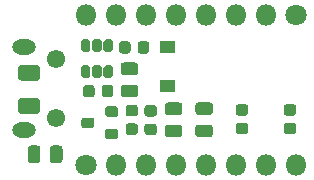
<source format=gbs>
%TF.GenerationSoftware,KiCad,Pcbnew,5.1.7-a382d34a8~87~ubuntu18.04.1*%
%TF.CreationDate,2020-10-28T08:11:05+01:00*%
%TF.ProjectId,CH552_devkit,43483535-325f-4646-9576-6b69742e6b69,rev?*%
%TF.SameCoordinates,Original*%
%TF.FileFunction,Soldermask,Bot*%
%TF.FilePolarity,Negative*%
%FSLAX46Y46*%
G04 Gerber Fmt 4.6, Leading zero omitted, Abs format (unit mm)*
G04 Created by KiCad (PCBNEW 5.1.7-a382d34a8~87~ubuntu18.04.1) date 2020-10-28 08:11:05*
%MOMM*%
%LPD*%
G01*
G04 APERTURE LIST*
%ADD10O,1.800000X1.800000*%
%ADD11C,1.800000*%
%ADD12O,2.000000X1.300000*%
%ADD13C,1.550000*%
G04 APERTURE END LIST*
%TO.C,R8*%
G36*
G01*
X95074050Y-88397000D02*
X94511550Y-88397000D01*
G75*
G02*
X94267800Y-88153250I0J243750D01*
G01*
X94267800Y-87665750D01*
G75*
G02*
X94511550Y-87422000I243750J0D01*
G01*
X95074050Y-87422000D01*
G75*
G02*
X95317800Y-87665750I0J-243750D01*
G01*
X95317800Y-88153250D01*
G75*
G02*
X95074050Y-88397000I-243750J0D01*
G01*
G37*
G36*
G01*
X95074050Y-86822000D02*
X94511550Y-86822000D01*
G75*
G02*
X94267800Y-86578250I0J243750D01*
G01*
X94267800Y-86090750D01*
G75*
G02*
X94511550Y-85847000I243750J0D01*
G01*
X95074050Y-85847000D01*
G75*
G02*
X95317800Y-86090750I0J-243750D01*
G01*
X95317800Y-86578250D01*
G75*
G02*
X95074050Y-86822000I-243750J0D01*
G01*
G37*
%TD*%
%TO.C,R6*%
G36*
G01*
X77275000Y-85020850D02*
X77275000Y-84458350D01*
G75*
G02*
X77518750Y-84214600I243750J0D01*
G01*
X78006250Y-84214600D01*
G75*
G02*
X78250000Y-84458350I0J-243750D01*
G01*
X78250000Y-85020850D01*
G75*
G02*
X78006250Y-85264600I-243750J0D01*
G01*
X77518750Y-85264600D01*
G75*
G02*
X77275000Y-85020850I0J243750D01*
G01*
G37*
G36*
G01*
X78850000Y-85020850D02*
X78850000Y-84458350D01*
G75*
G02*
X79093750Y-84214600I243750J0D01*
G01*
X79581250Y-84214600D01*
G75*
G02*
X79825000Y-84458350I0J-243750D01*
G01*
X79825000Y-85020850D01*
G75*
G02*
X79581250Y-85264600I-243750J0D01*
G01*
X79093750Y-85264600D01*
G75*
G02*
X78850000Y-85020850I0J243750D01*
G01*
G37*
%TD*%
%TO.C,R5*%
G36*
G01*
X81118750Y-85902101D02*
X81681250Y-85902101D01*
G75*
G02*
X81925000Y-86145851I0J-243750D01*
G01*
X81925000Y-86633351D01*
G75*
G02*
X81681250Y-86877101I-243750J0D01*
G01*
X81118750Y-86877101D01*
G75*
G02*
X80875000Y-86633351I0J243750D01*
G01*
X80875000Y-86145851D01*
G75*
G02*
X81118750Y-85902101I243750J0D01*
G01*
G37*
G36*
G01*
X81118750Y-87477101D02*
X81681250Y-87477101D01*
G75*
G02*
X81925000Y-87720851I0J-243750D01*
G01*
X81925000Y-88208351D01*
G75*
G02*
X81681250Y-88452101I-243750J0D01*
G01*
X81118750Y-88452101D01*
G75*
G02*
X80875000Y-88208351I0J243750D01*
G01*
X80875000Y-87720851D01*
G75*
G02*
X81118750Y-87477101I243750J0D01*
G01*
G37*
%TD*%
%TO.C,R4*%
G36*
G01*
X82718750Y-85914600D02*
X83281250Y-85914600D01*
G75*
G02*
X83525000Y-86158350I0J-243750D01*
G01*
X83525000Y-86645850D01*
G75*
G02*
X83281250Y-86889600I-243750J0D01*
G01*
X82718750Y-86889600D01*
G75*
G02*
X82475000Y-86645850I0J243750D01*
G01*
X82475000Y-86158350D01*
G75*
G02*
X82718750Y-85914600I243750J0D01*
G01*
G37*
G36*
G01*
X82718750Y-87489600D02*
X83281250Y-87489600D01*
G75*
G02*
X83525000Y-87733350I0J-243750D01*
G01*
X83525000Y-88220850D01*
G75*
G02*
X83281250Y-88464600I-243750J0D01*
G01*
X82718750Y-88464600D01*
G75*
G02*
X82475000Y-88220850I0J243750D01*
G01*
X82475000Y-87733350D01*
G75*
G02*
X82718750Y-87489600I243750J0D01*
G01*
G37*
%TD*%
%TO.C,R3*%
G36*
G01*
X82875000Y-80758350D02*
X82875000Y-81320850D01*
G75*
G02*
X82631250Y-81564600I-243750J0D01*
G01*
X82143750Y-81564600D01*
G75*
G02*
X81900000Y-81320850I0J243750D01*
G01*
X81900000Y-80758350D01*
G75*
G02*
X82143750Y-80514600I243750J0D01*
G01*
X82631250Y-80514600D01*
G75*
G02*
X82875000Y-80758350I0J-243750D01*
G01*
G37*
G36*
G01*
X81300000Y-80758350D02*
X81300000Y-81320850D01*
G75*
G02*
X81056250Y-81564600I-243750J0D01*
G01*
X80568750Y-81564600D01*
G75*
G02*
X80325000Y-81320850I0J243750D01*
G01*
X80325000Y-80758350D01*
G75*
G02*
X80568750Y-80514600I243750J0D01*
G01*
X81056250Y-80514600D01*
G75*
G02*
X81300000Y-80758350I0J-243750D01*
G01*
G37*
%TD*%
%TO.C,R1*%
G36*
G01*
X90447550Y-85847000D02*
X91010050Y-85847000D01*
G75*
G02*
X91253800Y-86090750I0J-243750D01*
G01*
X91253800Y-86578250D01*
G75*
G02*
X91010050Y-86822000I-243750J0D01*
G01*
X90447550Y-86822000D01*
G75*
G02*
X90203800Y-86578250I0J243750D01*
G01*
X90203800Y-86090750D01*
G75*
G02*
X90447550Y-85847000I243750J0D01*
G01*
G37*
G36*
G01*
X90447550Y-87422000D02*
X91010050Y-87422000D01*
G75*
G02*
X91253800Y-87665750I0J-243750D01*
G01*
X91253800Y-88153250D01*
G75*
G02*
X91010050Y-88397000I-243750J0D01*
G01*
X90447550Y-88397000D01*
G75*
G02*
X90203800Y-88153250I0J243750D01*
G01*
X90203800Y-87665750D01*
G75*
G02*
X90447550Y-87422000I243750J0D01*
G01*
G37*
%TD*%
D10*
%TO.C,J2*%
X95280000Y-91000000D03*
X92740000Y-91000000D03*
X90200000Y-91000000D03*
X87660000Y-91000000D03*
X85120000Y-91000000D03*
X82580000Y-91000000D03*
X80040000Y-91000000D03*
D11*
X77500000Y-91000000D03*
%TD*%
D10*
%TO.C,J1*%
X77500000Y-78300000D03*
X80040000Y-78300000D03*
X82580000Y-78300000D03*
X85120000Y-78300000D03*
X87660000Y-78300000D03*
X90200000Y-78300000D03*
X92740000Y-78300000D03*
D11*
X95280000Y-78300000D03*
%TD*%
%TO.C,Q2*%
G36*
G01*
X80239200Y-86251800D02*
X80239200Y-86701800D01*
G75*
G02*
X80014200Y-86926800I-225000J0D01*
G01*
X79364200Y-86926800D01*
G75*
G02*
X79139200Y-86701800I0J225000D01*
G01*
X79139200Y-86251800D01*
G75*
G02*
X79364200Y-86026800I225000J0D01*
G01*
X80014200Y-86026800D01*
G75*
G02*
X80239200Y-86251800I0J-225000D01*
G01*
G37*
G36*
G01*
X80239200Y-88151800D02*
X80239200Y-88601800D01*
G75*
G02*
X80014200Y-88826800I-225000J0D01*
G01*
X79364200Y-88826800D01*
G75*
G02*
X79139200Y-88601800I0J225000D01*
G01*
X79139200Y-88151800D01*
G75*
G02*
X79364200Y-87926800I225000J0D01*
G01*
X80014200Y-87926800D01*
G75*
G02*
X80239200Y-88151800I0J-225000D01*
G01*
G37*
G36*
G01*
X78239200Y-87201800D02*
X78239200Y-87651800D01*
G75*
G02*
X78014200Y-87876800I-225000J0D01*
G01*
X77364200Y-87876800D01*
G75*
G02*
X77139200Y-87651800I0J225000D01*
G01*
X77139200Y-87201800D01*
G75*
G02*
X77364200Y-86976800I225000J0D01*
G01*
X78014200Y-86976800D01*
G75*
G02*
X78239200Y-87201800I0J-225000D01*
G01*
G37*
%TD*%
%TO.C,F1*%
G36*
G01*
X72045000Y-85314600D02*
X73355000Y-85314600D01*
G75*
G02*
X73625000Y-85584600I0J-270000D01*
G01*
X73625000Y-86394600D01*
G75*
G02*
X73355000Y-86664600I-270000J0D01*
G01*
X72045000Y-86664600D01*
G75*
G02*
X71775000Y-86394600I0J270000D01*
G01*
X71775000Y-85584600D01*
G75*
G02*
X72045000Y-85314600I270000J0D01*
G01*
G37*
G36*
G01*
X72045000Y-82514600D02*
X73355000Y-82514600D01*
G75*
G02*
X73625000Y-82784600I0J-270000D01*
G01*
X73625000Y-83594600D01*
G75*
G02*
X73355000Y-83864600I-270000J0D01*
G01*
X72045000Y-83864600D01*
G75*
G02*
X71775000Y-83594600I0J270000D01*
G01*
X71775000Y-82784600D01*
G75*
G02*
X72045000Y-82514600I270000J0D01*
G01*
G37*
%TD*%
%TO.C,Q1*%
G36*
G01*
X79800000Y-80550000D02*
X79800000Y-81250000D01*
G75*
G02*
X79600000Y-81450000I-200000J0D01*
G01*
X79200000Y-81450000D01*
G75*
G02*
X79000000Y-81250000I0J200000D01*
G01*
X79000000Y-80550000D01*
G75*
G02*
X79200000Y-80350000I200000J0D01*
G01*
X79600000Y-80350000D01*
G75*
G02*
X79800000Y-80550000I0J-200000D01*
G01*
G37*
G36*
G01*
X78850000Y-80550000D02*
X78850000Y-81250000D01*
G75*
G02*
X78650000Y-81450000I-200000J0D01*
G01*
X78250000Y-81450000D01*
G75*
G02*
X78050000Y-81250000I0J200000D01*
G01*
X78050000Y-80550000D01*
G75*
G02*
X78250000Y-80350000I200000J0D01*
G01*
X78650000Y-80350000D01*
G75*
G02*
X78850000Y-80550000I0J-200000D01*
G01*
G37*
G36*
G01*
X77900000Y-80550000D02*
X77900000Y-81250000D01*
G75*
G02*
X77700000Y-81450000I-200000J0D01*
G01*
X77300000Y-81450000D01*
G75*
G02*
X77100000Y-81250000I0J200000D01*
G01*
X77100000Y-80550000D01*
G75*
G02*
X77300000Y-80350000I200000J0D01*
G01*
X77700000Y-80350000D01*
G75*
G02*
X77900000Y-80550000I0J-200000D01*
G01*
G37*
G36*
G01*
X77900000Y-82750000D02*
X77900000Y-83450000D01*
G75*
G02*
X77700000Y-83650000I-200000J0D01*
G01*
X77300000Y-83650000D01*
G75*
G02*
X77100000Y-83450000I0J200000D01*
G01*
X77100000Y-82750000D01*
G75*
G02*
X77300000Y-82550000I200000J0D01*
G01*
X77700000Y-82550000D01*
G75*
G02*
X77900000Y-82750000I0J-200000D01*
G01*
G37*
G36*
G01*
X78850000Y-82750000D02*
X78850000Y-83450000D01*
G75*
G02*
X78650000Y-83650000I-200000J0D01*
G01*
X78250000Y-83650000D01*
G75*
G02*
X78050000Y-83450000I0J200000D01*
G01*
X78050000Y-82750000D01*
G75*
G02*
X78250000Y-82550000I200000J0D01*
G01*
X78650000Y-82550000D01*
G75*
G02*
X78850000Y-82750000I0J-200000D01*
G01*
G37*
G36*
G01*
X79800000Y-82750000D02*
X79800000Y-83450000D01*
G75*
G02*
X79600000Y-83650000I-200000J0D01*
G01*
X79200000Y-83650000D01*
G75*
G02*
X79000000Y-83450000I0J200000D01*
G01*
X79000000Y-82750000D01*
G75*
G02*
X79200000Y-82550000I200000J0D01*
G01*
X79600000Y-82550000D01*
G75*
G02*
X79800000Y-82750000I0J-200000D01*
G01*
G37*
%TD*%
D12*
%TO.C,J3*%
X72300000Y-87989600D03*
X72300000Y-80989600D03*
D13*
X75000000Y-86989600D03*
X75000000Y-81989600D03*
%TD*%
%TO.C,D2*%
G36*
G01*
X85000000Y-81489600D02*
X83800000Y-81489600D01*
G75*
G02*
X83750000Y-81439600I0J50000D01*
G01*
X83750000Y-80539600D01*
G75*
G02*
X83800000Y-80489600I50000J0D01*
G01*
X85000000Y-80489600D01*
G75*
G02*
X85050000Y-80539600I0J-50000D01*
G01*
X85050000Y-81439600D01*
G75*
G02*
X85000000Y-81489600I-50000J0D01*
G01*
G37*
G36*
G01*
X85000000Y-84789600D02*
X83800000Y-84789600D01*
G75*
G02*
X83750000Y-84739600I0J50000D01*
G01*
X83750000Y-83839600D01*
G75*
G02*
X83800000Y-83789600I50000J0D01*
G01*
X85000000Y-83789600D01*
G75*
G02*
X85050000Y-83839600I0J-50000D01*
G01*
X85050000Y-84739600D01*
G75*
G02*
X85000000Y-84789600I-50000J0D01*
G01*
G37*
%TD*%
%TO.C,C5*%
G36*
G01*
X75537500Y-89608350D02*
X75537500Y-90570850D01*
G75*
G02*
X75268750Y-90839600I-268750J0D01*
G01*
X74731250Y-90839600D01*
G75*
G02*
X74462500Y-90570850I0J268750D01*
G01*
X74462500Y-89608350D01*
G75*
G02*
X74731250Y-89339600I268750J0D01*
G01*
X75268750Y-89339600D01*
G75*
G02*
X75537500Y-89608350I0J-268750D01*
G01*
G37*
G36*
G01*
X73662500Y-89608350D02*
X73662500Y-90570850D01*
G75*
G02*
X73393750Y-90839600I-268750J0D01*
G01*
X72856250Y-90839600D01*
G75*
G02*
X72587500Y-90570850I0J268750D01*
G01*
X72587500Y-89608350D01*
G75*
G02*
X72856250Y-89339600I268750J0D01*
G01*
X73393750Y-89339600D01*
G75*
G02*
X73662500Y-89608350I0J-268750D01*
G01*
G37*
%TD*%
%TO.C,C3*%
G36*
G01*
X80718750Y-82314600D02*
X81681250Y-82314600D01*
G75*
G02*
X81950000Y-82583350I0J-268750D01*
G01*
X81950000Y-83120850D01*
G75*
G02*
X81681250Y-83389600I-268750J0D01*
G01*
X80718750Y-83389600D01*
G75*
G02*
X80450000Y-83120850I0J268750D01*
G01*
X80450000Y-82583350D01*
G75*
G02*
X80718750Y-82314600I268750J0D01*
G01*
G37*
G36*
G01*
X80718750Y-84189600D02*
X81681250Y-84189600D01*
G75*
G02*
X81950000Y-84458350I0J-268750D01*
G01*
X81950000Y-84995850D01*
G75*
G02*
X81681250Y-85264600I-268750J0D01*
G01*
X80718750Y-85264600D01*
G75*
G02*
X80450000Y-84995850I0J268750D01*
G01*
X80450000Y-84458350D01*
G75*
G02*
X80718750Y-84189600I268750J0D01*
G01*
G37*
%TD*%
%TO.C,C2*%
G36*
G01*
X87047150Y-85697800D02*
X88009650Y-85697800D01*
G75*
G02*
X88278400Y-85966550I0J-268750D01*
G01*
X88278400Y-86504050D01*
G75*
G02*
X88009650Y-86772800I-268750J0D01*
G01*
X87047150Y-86772800D01*
G75*
G02*
X86778400Y-86504050I0J268750D01*
G01*
X86778400Y-85966550D01*
G75*
G02*
X87047150Y-85697800I268750J0D01*
G01*
G37*
G36*
G01*
X87047150Y-87572800D02*
X88009650Y-87572800D01*
G75*
G02*
X88278400Y-87841550I0J-268750D01*
G01*
X88278400Y-88379050D01*
G75*
G02*
X88009650Y-88647800I-268750J0D01*
G01*
X87047150Y-88647800D01*
G75*
G02*
X86778400Y-88379050I0J268750D01*
G01*
X86778400Y-87841550D01*
G75*
G02*
X87047150Y-87572800I268750J0D01*
G01*
G37*
%TD*%
%TO.C,C1*%
G36*
G01*
X84456350Y-85697800D02*
X85418850Y-85697800D01*
G75*
G02*
X85687600Y-85966550I0J-268750D01*
G01*
X85687600Y-86504050D01*
G75*
G02*
X85418850Y-86772800I-268750J0D01*
G01*
X84456350Y-86772800D01*
G75*
G02*
X84187600Y-86504050I0J268750D01*
G01*
X84187600Y-85966550D01*
G75*
G02*
X84456350Y-85697800I268750J0D01*
G01*
G37*
G36*
G01*
X84456350Y-87572800D02*
X85418850Y-87572800D01*
G75*
G02*
X85687600Y-87841550I0J-268750D01*
G01*
X85687600Y-88379050D01*
G75*
G02*
X85418850Y-88647800I-268750J0D01*
G01*
X84456350Y-88647800D01*
G75*
G02*
X84187600Y-88379050I0J268750D01*
G01*
X84187600Y-87841550D01*
G75*
G02*
X84456350Y-87572800I268750J0D01*
G01*
G37*
%TD*%
M02*

</source>
